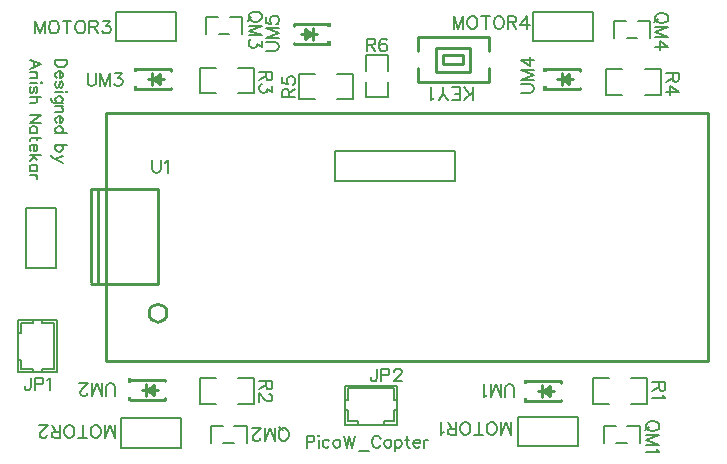
<source format=gto>
G04 Layer: TopSilkscreenLayer*
G04 EasyEDA v6.5.34, 2023-09-18 22:27:19*
G04 bc2ed7582af3402095bcfb090b7e3d1d,4f913e99b9844981aeab8c69eabd27f9,10*
G04 Gerber Generator version 0.2*
G04 Scale: 100 percent, Rotated: No, Reflected: No *
G04 Dimensions in millimeters *
G04 leading zeros omitted , absolute positions ,4 integer and 5 decimal *
%FSLAX45Y45*%
%MOMM*%

%ADD10C,0.2032*%
%ADD11C,0.1524*%
%ADD12C,0.2030*%
%ADD13C,0.2540*%
%ADD14C,0.1520*%
%ADD15C,0.0141*%

%LPD*%
D10*
X535939Y-571500D02*
G01*
X437387Y-571500D01*
X535939Y-571500D02*
G01*
X535939Y-604265D01*
X531368Y-618489D01*
X521970Y-627887D01*
X512571Y-632460D01*
X498347Y-637286D01*
X474979Y-637286D01*
X461010Y-632460D01*
X451612Y-627887D01*
X442213Y-618489D01*
X437387Y-604265D01*
X437387Y-571500D01*
X474979Y-668020D02*
G01*
X474979Y-724407D01*
X484378Y-724407D01*
X493776Y-719836D01*
X498347Y-715010D01*
X503173Y-705612D01*
X503173Y-691642D01*
X498347Y-682244D01*
X488950Y-672845D01*
X474979Y-668020D01*
X465581Y-668020D01*
X451612Y-672845D01*
X442213Y-682244D01*
X437387Y-691642D01*
X437387Y-705612D01*
X442213Y-715010D01*
X451612Y-724407D01*
X488950Y-806957D02*
G01*
X498347Y-802386D01*
X503173Y-788162D01*
X503173Y-774192D01*
X498347Y-759968D01*
X488950Y-755395D01*
X479552Y-759968D01*
X474979Y-769365D01*
X470154Y-792987D01*
X465581Y-802386D01*
X456184Y-806957D01*
X451612Y-806957D01*
X442213Y-802386D01*
X437387Y-788162D01*
X437387Y-774192D01*
X442213Y-759968D01*
X451612Y-755395D01*
X535939Y-837945D02*
G01*
X531368Y-842518D01*
X535939Y-847344D01*
X540512Y-842518D01*
X535939Y-837945D01*
X503173Y-842518D02*
G01*
X437387Y-842518D01*
X503173Y-934465D02*
G01*
X427989Y-934465D01*
X414020Y-929894D01*
X409194Y-925068D01*
X404621Y-915923D01*
X404621Y-901700D01*
X409194Y-892302D01*
X488950Y-934465D02*
G01*
X498347Y-925068D01*
X503173Y-915923D01*
X503173Y-901700D01*
X498347Y-892302D01*
X488950Y-882904D01*
X474979Y-878331D01*
X465581Y-878331D01*
X451612Y-882904D01*
X442213Y-892302D01*
X437387Y-901700D01*
X437387Y-915923D01*
X442213Y-925068D01*
X451612Y-934465D01*
X503173Y-965454D02*
G01*
X437387Y-965454D01*
X484378Y-965454D02*
G01*
X498347Y-979678D01*
X503173Y-989076D01*
X503173Y-1003045D01*
X498347Y-1012444D01*
X484378Y-1017015D01*
X437387Y-1017015D01*
X474979Y-1048004D02*
G01*
X474979Y-1104392D01*
X484378Y-1104392D01*
X493776Y-1099820D01*
X498347Y-1094994D01*
X503173Y-1085595D01*
X503173Y-1071626D01*
X498347Y-1062228D01*
X488950Y-1052829D01*
X474979Y-1048004D01*
X465581Y-1048004D01*
X451612Y-1052829D01*
X442213Y-1062228D01*
X437387Y-1071626D01*
X437387Y-1085595D01*
X442213Y-1094994D01*
X451612Y-1104392D01*
X535939Y-1191513D02*
G01*
X437387Y-1191513D01*
X488950Y-1191513D02*
G01*
X498347Y-1182370D01*
X503173Y-1172971D01*
X503173Y-1158747D01*
X498347Y-1149350D01*
X488950Y-1139952D01*
X474979Y-1135379D01*
X465581Y-1135379D01*
X451612Y-1139952D01*
X442213Y-1149350D01*
X437387Y-1158747D01*
X437387Y-1172971D01*
X442213Y-1182370D01*
X451612Y-1191513D01*
X535939Y-1294892D02*
G01*
X437387Y-1294892D01*
X488950Y-1294892D02*
G01*
X498347Y-1304289D01*
X503173Y-1313687D01*
X503173Y-1327657D01*
X498347Y-1337055D01*
X488950Y-1346454D01*
X474979Y-1351026D01*
X465581Y-1351026D01*
X451612Y-1346454D01*
X442213Y-1337055D01*
X437387Y-1327657D01*
X437387Y-1313687D01*
X442213Y-1304289D01*
X451612Y-1294892D01*
X503173Y-1386839D02*
G01*
X437387Y-1415034D01*
X503173Y-1442973D02*
G01*
X437387Y-1415034D01*
X418592Y-1405636D01*
X409194Y-1396237D01*
X404621Y-1386839D01*
X404621Y-1382013D01*
X320039Y-609092D02*
G01*
X221487Y-571500D01*
X320039Y-609092D02*
G01*
X221487Y-646429D01*
X254254Y-585470D02*
G01*
X254254Y-632460D01*
X287273Y-677418D02*
G01*
X221487Y-677418D01*
X268478Y-677418D02*
G01*
X282447Y-691642D01*
X287273Y-701039D01*
X287273Y-715010D01*
X282447Y-724407D01*
X268478Y-729234D01*
X221487Y-729234D01*
X320039Y-759968D02*
G01*
X315468Y-764794D01*
X320039Y-769365D01*
X324612Y-764794D01*
X320039Y-759968D01*
X287273Y-764794D02*
G01*
X221487Y-764794D01*
X273050Y-851915D02*
G01*
X282447Y-847344D01*
X287273Y-833373D01*
X287273Y-819150D01*
X282447Y-805179D01*
X273050Y-800354D01*
X263652Y-805179D01*
X259079Y-814578D01*
X254254Y-837945D01*
X249681Y-847344D01*
X240284Y-851915D01*
X235712Y-851915D01*
X226313Y-847344D01*
X221487Y-833373D01*
X221487Y-819150D01*
X226313Y-805179D01*
X235712Y-800354D01*
X320039Y-882904D02*
G01*
X221487Y-882904D01*
X268478Y-882904D02*
G01*
X282447Y-897128D01*
X287273Y-906526D01*
X287273Y-920495D01*
X282447Y-929894D01*
X268478Y-934465D01*
X221487Y-934465D01*
X320039Y-1037844D02*
G01*
X221487Y-1037844D01*
X320039Y-1037844D02*
G01*
X221487Y-1103376D01*
X320039Y-1103376D02*
G01*
X221487Y-1103376D01*
X287273Y-1190752D02*
G01*
X221487Y-1190752D01*
X273050Y-1190752D02*
G01*
X282447Y-1181354D01*
X287273Y-1171955D01*
X287273Y-1157986D01*
X282447Y-1148587D01*
X273050Y-1139189D01*
X259079Y-1134363D01*
X249681Y-1134363D01*
X235712Y-1139189D01*
X226313Y-1148587D01*
X221487Y-1157986D01*
X221487Y-1171955D01*
X226313Y-1181354D01*
X235712Y-1190752D01*
X320039Y-1235710D02*
G01*
X240284Y-1235710D01*
X226313Y-1240536D01*
X221487Y-1249679D01*
X221487Y-1259078D01*
X287273Y-1221739D02*
G01*
X287273Y-1254505D01*
X259079Y-1290065D02*
G01*
X259079Y-1346454D01*
X268478Y-1346454D01*
X277876Y-1341628D01*
X282447Y-1337055D01*
X287273Y-1327657D01*
X287273Y-1313687D01*
X282447Y-1304289D01*
X273050Y-1294892D01*
X259079Y-1290065D01*
X249681Y-1290065D01*
X235712Y-1294892D01*
X226313Y-1304289D01*
X221487Y-1313687D01*
X221487Y-1327657D01*
X226313Y-1337055D01*
X235712Y-1346454D01*
X320039Y-1377442D02*
G01*
X221487Y-1377442D01*
X287273Y-1424431D02*
G01*
X240284Y-1377442D01*
X259079Y-1396237D02*
G01*
X221487Y-1429004D01*
X287273Y-1516126D02*
G01*
X221487Y-1516126D01*
X273050Y-1516126D02*
G01*
X282447Y-1506981D01*
X287273Y-1497584D01*
X287273Y-1483360D01*
X282447Y-1473962D01*
X273050Y-1464563D01*
X259079Y-1459992D01*
X249681Y-1459992D01*
X235712Y-1464563D01*
X226313Y-1473962D01*
X221487Y-1483360D01*
X221487Y-1497584D01*
X226313Y-1506981D01*
X235712Y-1516126D01*
X287273Y-1547113D02*
G01*
X221487Y-1547113D01*
X259079Y-1547113D02*
G01*
X273050Y-1551939D01*
X282447Y-1561337D01*
X287273Y-1570736D01*
X287273Y-1584705D01*
X2565400Y-3756660D02*
G01*
X2565400Y-3855212D01*
X2565400Y-3756660D02*
G01*
X2607563Y-3756660D01*
X2621788Y-3761231D01*
X2626359Y-3766057D01*
X2631186Y-3775455D01*
X2631186Y-3789426D01*
X2626359Y-3798823D01*
X2621788Y-3803650D01*
X2607563Y-3808221D01*
X2565400Y-3808221D01*
X2661920Y-3756660D02*
G01*
X2666745Y-3761231D01*
X2671318Y-3756660D01*
X2666745Y-3752087D01*
X2661920Y-3756660D01*
X2666745Y-3789426D02*
G01*
X2666745Y-3855212D01*
X2758693Y-3803650D02*
G01*
X2749295Y-3794252D01*
X2739897Y-3789426D01*
X2725927Y-3789426D01*
X2716529Y-3794252D01*
X2707131Y-3803650D01*
X2702306Y-3817620D01*
X2702306Y-3827018D01*
X2707131Y-3840987D01*
X2716529Y-3850386D01*
X2725927Y-3855212D01*
X2739897Y-3855212D01*
X2749295Y-3850386D01*
X2758693Y-3840987D01*
X2813050Y-3789426D02*
G01*
X2803652Y-3794252D01*
X2794254Y-3803650D01*
X2789681Y-3817620D01*
X2789681Y-3827018D01*
X2794254Y-3840987D01*
X2803652Y-3850386D01*
X2813050Y-3855212D01*
X2827274Y-3855212D01*
X2836418Y-3850386D01*
X2845815Y-3840987D01*
X2850641Y-3827018D01*
X2850641Y-3817620D01*
X2845815Y-3803650D01*
X2836418Y-3794252D01*
X2827274Y-3789426D01*
X2813050Y-3789426D01*
X2881629Y-3756660D02*
G01*
X2904997Y-3855212D01*
X2928365Y-3756660D02*
G01*
X2904997Y-3855212D01*
X2928365Y-3756660D02*
G01*
X2951988Y-3855212D01*
X2975356Y-3756660D02*
G01*
X2951988Y-3855212D01*
X3006343Y-3887978D02*
G01*
X3090672Y-3887978D01*
X3192018Y-3780028D02*
G01*
X3187445Y-3770629D01*
X3178047Y-3761231D01*
X3168650Y-3756660D01*
X3149854Y-3756660D01*
X3140456Y-3761231D01*
X3131058Y-3770629D01*
X3126486Y-3780028D01*
X3121659Y-3794252D01*
X3121659Y-3817620D01*
X3126486Y-3831589D01*
X3131058Y-3840987D01*
X3140456Y-3850386D01*
X3149854Y-3855212D01*
X3168650Y-3855212D01*
X3178047Y-3850386D01*
X3187445Y-3840987D01*
X3192018Y-3831589D01*
X3246627Y-3789426D02*
G01*
X3237229Y-3794252D01*
X3227831Y-3803650D01*
X3223006Y-3817620D01*
X3223006Y-3827018D01*
X3227831Y-3840987D01*
X3237229Y-3850386D01*
X3246627Y-3855212D01*
X3260597Y-3855212D01*
X3269995Y-3850386D01*
X3279393Y-3840987D01*
X3283965Y-3827018D01*
X3283965Y-3817620D01*
X3279393Y-3803650D01*
X3269995Y-3794252D01*
X3260597Y-3789426D01*
X3246627Y-3789426D01*
X3314954Y-3789426D02*
G01*
X3314954Y-3887978D01*
X3314954Y-3803650D02*
G01*
X3324352Y-3794252D01*
X3333750Y-3789426D01*
X3347720Y-3789426D01*
X3357118Y-3794252D01*
X3366515Y-3803650D01*
X3371341Y-3817620D01*
X3371341Y-3827018D01*
X3366515Y-3840987D01*
X3357118Y-3850386D01*
X3347720Y-3855212D01*
X3333750Y-3855212D01*
X3324352Y-3850386D01*
X3314954Y-3840987D01*
X3416300Y-3756660D02*
G01*
X3416300Y-3836415D01*
X3421125Y-3850386D01*
X3430524Y-3855212D01*
X3439668Y-3855212D01*
X3402329Y-3789426D02*
G01*
X3435095Y-3789426D01*
X3470656Y-3817620D02*
G01*
X3527043Y-3817620D01*
X3527043Y-3808221D01*
X3522218Y-3798823D01*
X3517645Y-3794252D01*
X3508247Y-3789426D01*
X3494277Y-3789426D01*
X3484879Y-3794252D01*
X3475481Y-3803650D01*
X3470656Y-3817620D01*
X3470656Y-3827018D01*
X3475481Y-3840987D01*
X3484879Y-3850386D01*
X3494277Y-3855212D01*
X3508247Y-3855212D01*
X3517645Y-3850386D01*
X3527043Y-3840987D01*
X3558031Y-3789426D02*
G01*
X3558031Y-3855212D01*
X3558031Y-3817620D02*
G01*
X3562604Y-3803650D01*
X3572002Y-3794252D01*
X3581400Y-3789426D01*
X3595624Y-3789426D01*
D11*
X2221484Y-495300D02*
G01*
X2299461Y-495300D01*
X2314956Y-490220D01*
X2325370Y-479805D01*
X2330450Y-464057D01*
X2330450Y-453644D01*
X2325370Y-438150D01*
X2314956Y-427736D01*
X2299461Y-422655D01*
X2221484Y-422655D01*
X2221484Y-388365D02*
G01*
X2330450Y-388365D01*
X2221484Y-388365D02*
G01*
X2330450Y-346710D01*
X2221484Y-305054D02*
G01*
X2330450Y-346710D01*
X2221484Y-305054D02*
G01*
X2330450Y-305054D01*
X2221484Y-208534D02*
G01*
X2221484Y-260350D01*
X2268220Y-265684D01*
X2263140Y-260350D01*
X2257806Y-244855D01*
X2257806Y-229362D01*
X2263140Y-213613D01*
X2273300Y-203200D01*
X2289047Y-198120D01*
X2299461Y-198120D01*
X2314956Y-203200D01*
X2325370Y-213613D01*
X2330450Y-229362D01*
X2330450Y-244855D01*
X2325370Y-260350D01*
X2320290Y-265684D01*
X2309875Y-270763D01*
X4292600Y-3747515D02*
G01*
X4292600Y-3638550D01*
X4292600Y-3747515D02*
G01*
X4250943Y-3638550D01*
X4209541Y-3747515D02*
G01*
X4250943Y-3638550D01*
X4209541Y-3747515D02*
G01*
X4209541Y-3638550D01*
X4144009Y-3747515D02*
G01*
X4154424Y-3742436D01*
X4164838Y-3732021D01*
X4169918Y-3721607D01*
X4175252Y-3705860D01*
X4175252Y-3679952D01*
X4169918Y-3664457D01*
X4164838Y-3654044D01*
X4154424Y-3643629D01*
X4144009Y-3638550D01*
X4123181Y-3638550D01*
X4112768Y-3643629D01*
X4102354Y-3654044D01*
X4097274Y-3664457D01*
X4091940Y-3679952D01*
X4091940Y-3705860D01*
X4097274Y-3721607D01*
X4102354Y-3732021D01*
X4112768Y-3742436D01*
X4123181Y-3747515D01*
X4144009Y-3747515D01*
X4021327Y-3747515D02*
G01*
X4021327Y-3638550D01*
X4057650Y-3747515D02*
G01*
X3985006Y-3747515D01*
X3919474Y-3747515D02*
G01*
X3929888Y-3742436D01*
X3940302Y-3732021D01*
X3945636Y-3721607D01*
X3950715Y-3705860D01*
X3950715Y-3679952D01*
X3945636Y-3664457D01*
X3940302Y-3654044D01*
X3929888Y-3643629D01*
X3919474Y-3638550D01*
X3898900Y-3638550D01*
X3888486Y-3643629D01*
X3878072Y-3654044D01*
X3872738Y-3664457D01*
X3867658Y-3679952D01*
X3867658Y-3705860D01*
X3872738Y-3721607D01*
X3878072Y-3732021D01*
X3888486Y-3742436D01*
X3898900Y-3747515D01*
X3919474Y-3747515D01*
X3833368Y-3747515D02*
G01*
X3833368Y-3638550D01*
X3833368Y-3747515D02*
G01*
X3786631Y-3747515D01*
X3770884Y-3742436D01*
X3765804Y-3737102D01*
X3760470Y-3726687D01*
X3760470Y-3716273D01*
X3765804Y-3705860D01*
X3770884Y-3700779D01*
X3786631Y-3695700D01*
X3833368Y-3695700D01*
X3797045Y-3695700D02*
G01*
X3760470Y-3638550D01*
X3726179Y-3726687D02*
G01*
X3716020Y-3732021D01*
X3700272Y-3747515D01*
X3700272Y-3638550D01*
X939800Y-3772915D02*
G01*
X939800Y-3663950D01*
X939800Y-3772915D02*
G01*
X898144Y-3663950D01*
X856742Y-3772915D02*
G01*
X898144Y-3663950D01*
X856742Y-3772915D02*
G01*
X856742Y-3663950D01*
X791210Y-3772915D02*
G01*
X801623Y-3767836D01*
X812037Y-3757421D01*
X817118Y-3747007D01*
X822452Y-3731260D01*
X822452Y-3705352D01*
X817118Y-3689857D01*
X812037Y-3679444D01*
X801623Y-3669029D01*
X791210Y-3663950D01*
X770381Y-3663950D01*
X759968Y-3669029D01*
X749554Y-3679444D01*
X744473Y-3689857D01*
X739139Y-3705352D01*
X739139Y-3731260D01*
X744473Y-3747007D01*
X749554Y-3757421D01*
X759968Y-3767836D01*
X770381Y-3772915D01*
X791210Y-3772915D01*
X668528Y-3772915D02*
G01*
X668528Y-3663950D01*
X704850Y-3772915D02*
G01*
X632205Y-3772915D01*
X566673Y-3772915D02*
G01*
X577087Y-3767836D01*
X587502Y-3757421D01*
X592836Y-3747007D01*
X597915Y-3731260D01*
X597915Y-3705352D01*
X592836Y-3689857D01*
X587502Y-3679444D01*
X577087Y-3669029D01*
X566673Y-3663950D01*
X546100Y-3663950D01*
X535686Y-3669029D01*
X525271Y-3679444D01*
X519937Y-3689857D01*
X514857Y-3705352D01*
X514857Y-3731260D01*
X519937Y-3747007D01*
X525271Y-3757421D01*
X535686Y-3767836D01*
X546100Y-3772915D01*
X566673Y-3772915D01*
X480568Y-3772915D02*
G01*
X480568Y-3663950D01*
X480568Y-3772915D02*
G01*
X433831Y-3772915D01*
X418084Y-3767836D01*
X413004Y-3762502D01*
X407670Y-3752087D01*
X407670Y-3741673D01*
X413004Y-3731260D01*
X418084Y-3726179D01*
X433831Y-3721100D01*
X480568Y-3721100D01*
X444245Y-3721100D02*
G01*
X407670Y-3663950D01*
X368300Y-3747007D02*
G01*
X368300Y-3752087D01*
X363220Y-3762502D01*
X357886Y-3767836D01*
X347471Y-3772915D01*
X326644Y-3772915D01*
X316229Y-3767836D01*
X311150Y-3762502D01*
X306070Y-3752087D01*
X306070Y-3741673D01*
X311150Y-3731260D01*
X321563Y-3715765D01*
X373379Y-3663950D01*
X300736Y-3663950D01*
X266700Y-240284D02*
G01*
X266700Y-349250D01*
X266700Y-240284D02*
G01*
X308355Y-349250D01*
X349757Y-240284D02*
G01*
X308355Y-349250D01*
X349757Y-240284D02*
G01*
X349757Y-349250D01*
X415289Y-240284D02*
G01*
X404876Y-245363D01*
X394462Y-255778D01*
X389381Y-266192D01*
X384047Y-281939D01*
X384047Y-307847D01*
X389381Y-323342D01*
X394462Y-333755D01*
X404876Y-344170D01*
X415289Y-349250D01*
X436118Y-349250D01*
X446531Y-344170D01*
X456945Y-333755D01*
X462026Y-323342D01*
X467360Y-307847D01*
X467360Y-281939D01*
X462026Y-266192D01*
X456945Y-255778D01*
X446531Y-245363D01*
X436118Y-240284D01*
X415289Y-240284D01*
X537971Y-240284D02*
G01*
X537971Y-349250D01*
X501650Y-240284D02*
G01*
X574294Y-240284D01*
X639826Y-240284D02*
G01*
X629412Y-245363D01*
X618997Y-255778D01*
X613663Y-266192D01*
X608584Y-281939D01*
X608584Y-307847D01*
X613663Y-323342D01*
X618997Y-333755D01*
X629412Y-344170D01*
X639826Y-349250D01*
X660400Y-349250D01*
X670813Y-344170D01*
X681228Y-333755D01*
X686562Y-323342D01*
X691642Y-307847D01*
X691642Y-281939D01*
X686562Y-266192D01*
X681228Y-255778D01*
X670813Y-245363D01*
X660400Y-240284D01*
X639826Y-240284D01*
X725931Y-240284D02*
G01*
X725931Y-349250D01*
X725931Y-240284D02*
G01*
X772668Y-240284D01*
X788415Y-245363D01*
X793495Y-250697D01*
X798829Y-261112D01*
X798829Y-271526D01*
X793495Y-281939D01*
X788415Y-287020D01*
X772668Y-292100D01*
X725931Y-292100D01*
X762254Y-292100D02*
G01*
X798829Y-349250D01*
X843279Y-240284D02*
G01*
X900429Y-240284D01*
X869442Y-281939D01*
X884936Y-281939D01*
X895350Y-287020D01*
X900429Y-292100D01*
X905763Y-307847D01*
X905763Y-318262D01*
X900429Y-333755D01*
X890270Y-344170D01*
X874521Y-349250D01*
X859028Y-349250D01*
X843279Y-344170D01*
X838200Y-339089D01*
X833120Y-328676D01*
X3810000Y-202184D02*
G01*
X3810000Y-311150D01*
X3810000Y-202184D02*
G01*
X3851656Y-311150D01*
X3893058Y-202184D02*
G01*
X3851656Y-311150D01*
X3893058Y-202184D02*
G01*
X3893058Y-311150D01*
X3958590Y-202184D02*
G01*
X3948175Y-207263D01*
X3937761Y-217678D01*
X3932681Y-228092D01*
X3927347Y-243839D01*
X3927347Y-269747D01*
X3932681Y-285242D01*
X3937761Y-295655D01*
X3948175Y-306070D01*
X3958590Y-311150D01*
X3979418Y-311150D01*
X3989831Y-306070D01*
X4000245Y-295655D01*
X4005325Y-285242D01*
X4010659Y-269747D01*
X4010659Y-243839D01*
X4005325Y-228092D01*
X4000245Y-217678D01*
X3989831Y-207263D01*
X3979418Y-202184D01*
X3958590Y-202184D01*
X4081272Y-202184D02*
G01*
X4081272Y-311150D01*
X4044950Y-202184D02*
G01*
X4117593Y-202184D01*
X4183125Y-202184D02*
G01*
X4172711Y-207263D01*
X4162297Y-217678D01*
X4156963Y-228092D01*
X4151884Y-243839D01*
X4151884Y-269747D01*
X4156963Y-285242D01*
X4162297Y-295655D01*
X4172711Y-306070D01*
X4183125Y-311150D01*
X4203700Y-311150D01*
X4214113Y-306070D01*
X4224527Y-295655D01*
X4229861Y-285242D01*
X4234941Y-269747D01*
X4234941Y-243839D01*
X4229861Y-228092D01*
X4224527Y-217678D01*
X4214113Y-207263D01*
X4203700Y-202184D01*
X4183125Y-202184D01*
X4269231Y-202184D02*
G01*
X4269231Y-311150D01*
X4269231Y-202184D02*
G01*
X4315968Y-202184D01*
X4331715Y-207263D01*
X4336795Y-212597D01*
X4342129Y-223012D01*
X4342129Y-233426D01*
X4336795Y-243839D01*
X4331715Y-248920D01*
X4315968Y-254000D01*
X4269231Y-254000D01*
X4305554Y-254000D02*
G01*
X4342129Y-311150D01*
X4428236Y-202184D02*
G01*
X4376420Y-274828D01*
X4454143Y-274828D01*
X4428236Y-202184D02*
G01*
X4428236Y-311150D01*
X3975100Y-915415D02*
G01*
X3975100Y-806450D01*
X3902456Y-915415D02*
G01*
X3975100Y-842771D01*
X3949191Y-868679D02*
G01*
X3902456Y-806450D01*
X3868165Y-915415D02*
G01*
X3868165Y-806450D01*
X3868165Y-915415D02*
G01*
X3800602Y-915415D01*
X3868165Y-863600D02*
G01*
X3826509Y-863600D01*
X3868165Y-806450D02*
G01*
X3800602Y-806450D01*
X3766311Y-915415D02*
G01*
X3724656Y-863600D01*
X3724656Y-806450D01*
X3683000Y-915415D02*
G01*
X3724656Y-863600D01*
X3648709Y-894587D02*
G01*
X3638550Y-899921D01*
X3622802Y-915415D01*
X3622802Y-806450D01*
X5550915Y-3663442D02*
G01*
X5545836Y-3653028D01*
X5535422Y-3642613D01*
X5525008Y-3637279D01*
X5509259Y-3632200D01*
X5483352Y-3632200D01*
X5467858Y-3637279D01*
X5457443Y-3642613D01*
X5447029Y-3653028D01*
X5441950Y-3663442D01*
X5441950Y-3684270D01*
X5447029Y-3694429D01*
X5457443Y-3704844D01*
X5467858Y-3710178D01*
X5483352Y-3715257D01*
X5509259Y-3715257D01*
X5525008Y-3710178D01*
X5535422Y-3704844D01*
X5545836Y-3694429D01*
X5550915Y-3684270D01*
X5550915Y-3663442D01*
X5462524Y-3678936D02*
G01*
X5431536Y-3710178D01*
X5550915Y-3749547D02*
G01*
X5441950Y-3749547D01*
X5550915Y-3749547D02*
G01*
X5441950Y-3791204D01*
X5550915Y-3832860D02*
G01*
X5441950Y-3791204D01*
X5550915Y-3832860D02*
G01*
X5441950Y-3832860D01*
X5530088Y-3867150D02*
G01*
X5535422Y-3877310D01*
X5550915Y-3893057D01*
X5441950Y-3893057D01*
X2381758Y-3798315D02*
G01*
X2392172Y-3793236D01*
X2402586Y-3782821D01*
X2407920Y-3772407D01*
X2413000Y-3756660D01*
X2413000Y-3730752D01*
X2407920Y-3715257D01*
X2402586Y-3704844D01*
X2392172Y-3694429D01*
X2381758Y-3689350D01*
X2360929Y-3689350D01*
X2350770Y-3694429D01*
X2340356Y-3704844D01*
X2335022Y-3715257D01*
X2329941Y-3730752D01*
X2329941Y-3756660D01*
X2335022Y-3772407D01*
X2340356Y-3782821D01*
X2350770Y-3793236D01*
X2360929Y-3798315D01*
X2381758Y-3798315D01*
X2366263Y-3709923D02*
G01*
X2335022Y-3678936D01*
X2295652Y-3798315D02*
G01*
X2295652Y-3689350D01*
X2295652Y-3798315D02*
G01*
X2253995Y-3689350D01*
X2212340Y-3798315D02*
G01*
X2253995Y-3689350D01*
X2212340Y-3798315D02*
G01*
X2212340Y-3689350D01*
X2172970Y-3772407D02*
G01*
X2172970Y-3777487D01*
X2167890Y-3787902D01*
X2162556Y-3793236D01*
X2152141Y-3798315D01*
X2131313Y-3798315D01*
X2120900Y-3793236D01*
X2115820Y-3787902D01*
X2110740Y-3777487D01*
X2110740Y-3767073D01*
X2115820Y-3756660D01*
X2126234Y-3741165D01*
X2178050Y-3689350D01*
X2105406Y-3689350D01*
X2185415Y-196342D02*
G01*
X2180336Y-185928D01*
X2169922Y-175513D01*
X2159508Y-170179D01*
X2143759Y-165100D01*
X2117852Y-165100D01*
X2102358Y-170179D01*
X2091943Y-175513D01*
X2081529Y-185928D01*
X2076450Y-196342D01*
X2076450Y-217170D01*
X2081529Y-227329D01*
X2091943Y-237744D01*
X2102358Y-243078D01*
X2117852Y-248157D01*
X2143759Y-248157D01*
X2159508Y-243078D01*
X2169922Y-237744D01*
X2180336Y-227329D01*
X2185415Y-217170D01*
X2185415Y-196342D01*
X2097024Y-211836D02*
G01*
X2066036Y-243078D01*
X2185415Y-282447D02*
G01*
X2076450Y-282447D01*
X2185415Y-282447D02*
G01*
X2076450Y-324104D01*
X2185415Y-365760D02*
G01*
X2076450Y-324104D01*
X2185415Y-365760D02*
G01*
X2076450Y-365760D01*
X2185415Y-410210D02*
G01*
X2185415Y-467360D01*
X2143759Y-436371D01*
X2143759Y-451865D01*
X2138679Y-462279D01*
X2133600Y-467360D01*
X2117852Y-472694D01*
X2107438Y-472694D01*
X2091943Y-467360D01*
X2081529Y-457200D01*
X2076450Y-441452D01*
X2076450Y-425957D01*
X2081529Y-410210D01*
X2086609Y-405129D01*
X2097024Y-400050D01*
X5627115Y-209042D02*
G01*
X5622036Y-198628D01*
X5611622Y-188213D01*
X5601208Y-182879D01*
X5585459Y-177800D01*
X5559552Y-177800D01*
X5544058Y-182879D01*
X5533643Y-188213D01*
X5523229Y-198628D01*
X5518150Y-209042D01*
X5518150Y-229870D01*
X5523229Y-240029D01*
X5533643Y-250444D01*
X5544058Y-255778D01*
X5559552Y-260857D01*
X5585459Y-260857D01*
X5601208Y-255778D01*
X5611622Y-250444D01*
X5622036Y-240029D01*
X5627115Y-229870D01*
X5627115Y-209042D01*
X5538724Y-224536D02*
G01*
X5507736Y-255778D01*
X5627115Y-295147D02*
G01*
X5518150Y-295147D01*
X5627115Y-295147D02*
G01*
X5518150Y-336804D01*
X5627115Y-378460D02*
G01*
X5518150Y-336804D01*
X5627115Y-378460D02*
G01*
X5518150Y-378460D01*
X5627115Y-464565D02*
G01*
X5554472Y-412750D01*
X5554472Y-490473D01*
X5627115Y-464565D02*
G01*
X5518150Y-464565D01*
X5601715Y-3302000D02*
G01*
X5492750Y-3302000D01*
X5601715Y-3302000D02*
G01*
X5601715Y-3348736D01*
X5596636Y-3364229D01*
X5591302Y-3369563D01*
X5580888Y-3374644D01*
X5570474Y-3374644D01*
X5560059Y-3369563D01*
X5554979Y-3364229D01*
X5549900Y-3348736D01*
X5549900Y-3302000D01*
X5549900Y-3338321D02*
G01*
X5492750Y-3374644D01*
X5580888Y-3408934D02*
G01*
X5586222Y-3419347D01*
X5601715Y-3435095D01*
X5492750Y-3435095D01*
X2274315Y-3289300D02*
G01*
X2165350Y-3289300D01*
X2274315Y-3289300D02*
G01*
X2274315Y-3336036D01*
X2269236Y-3351529D01*
X2263902Y-3356863D01*
X2253488Y-3361944D01*
X2243074Y-3361944D01*
X2232659Y-3356863D01*
X2227579Y-3351529D01*
X2222500Y-3336036D01*
X2222500Y-3289300D01*
X2222500Y-3325621D02*
G01*
X2165350Y-3361944D01*
X2248408Y-3401568D02*
G01*
X2253488Y-3401568D01*
X2263902Y-3406647D01*
X2269236Y-3411981D01*
X2274315Y-3422395D01*
X2274315Y-3442970D01*
X2269236Y-3453384D01*
X2263902Y-3458718D01*
X2253488Y-3463797D01*
X2243074Y-3463797D01*
X2232659Y-3458718D01*
X2217165Y-3448304D01*
X2165350Y-3396234D01*
X2165350Y-3469131D01*
X2274315Y-673100D02*
G01*
X2165350Y-673100D01*
X2274315Y-673100D02*
G01*
X2274315Y-719836D01*
X2269236Y-735329D01*
X2263902Y-740663D01*
X2253488Y-745744D01*
X2243074Y-745744D01*
X2232659Y-740663D01*
X2227579Y-735329D01*
X2222500Y-719836D01*
X2222500Y-673100D01*
X2222500Y-709421D02*
G01*
X2165350Y-745744D01*
X2274315Y-790447D02*
G01*
X2274315Y-847597D01*
X2232659Y-816610D01*
X2232659Y-832104D01*
X2227579Y-842518D01*
X2222500Y-847597D01*
X2206752Y-852931D01*
X2196338Y-852931D01*
X2180843Y-847597D01*
X2170429Y-837184D01*
X2165350Y-821689D01*
X2165350Y-806195D01*
X2170429Y-790447D01*
X2175509Y-785368D01*
X2185924Y-780034D01*
X5716015Y-685800D02*
G01*
X5607050Y-685800D01*
X5716015Y-685800D02*
G01*
X5716015Y-732536D01*
X5710936Y-748029D01*
X5705602Y-753363D01*
X5695188Y-758444D01*
X5684774Y-758444D01*
X5674359Y-753363D01*
X5669279Y-748029D01*
X5664200Y-732536D01*
X5664200Y-685800D01*
X5664200Y-722121D02*
G01*
X5607050Y-758444D01*
X5716015Y-844804D02*
G01*
X5643372Y-792734D01*
X5643372Y-870712D01*
X5716015Y-844804D02*
G01*
X5607050Y-844804D01*
X2361184Y-889000D02*
G01*
X2470150Y-889000D01*
X2361184Y-889000D02*
G01*
X2361184Y-842263D01*
X2366263Y-826770D01*
X2371597Y-821436D01*
X2382011Y-816355D01*
X2392425Y-816355D01*
X2402840Y-821436D01*
X2407920Y-826770D01*
X2413000Y-842263D01*
X2413000Y-889000D01*
X2413000Y-852678D02*
G01*
X2470150Y-816355D01*
X2361184Y-719581D02*
G01*
X2361184Y-771652D01*
X2407920Y-776731D01*
X2402840Y-771652D01*
X2397506Y-755904D01*
X2397506Y-740410D01*
X2402840Y-724915D01*
X2413000Y-714502D01*
X2428747Y-709168D01*
X2439161Y-709168D01*
X2454656Y-714502D01*
X2465070Y-724915D01*
X2470150Y-740410D01*
X2470150Y-755904D01*
X2465070Y-771652D01*
X2459990Y-776731D01*
X2449575Y-782065D01*
X3073400Y-392684D02*
G01*
X3073400Y-501650D01*
X3073400Y-392684D02*
G01*
X3120136Y-392684D01*
X3135629Y-397763D01*
X3140963Y-403097D01*
X3146043Y-413512D01*
X3146043Y-423926D01*
X3140963Y-434339D01*
X3135629Y-439420D01*
X3120136Y-444500D01*
X3073400Y-444500D01*
X3109722Y-444500D02*
G01*
X3146043Y-501650D01*
X3242818Y-408178D02*
G01*
X3237484Y-397763D01*
X3221990Y-392684D01*
X3211575Y-392684D01*
X3196081Y-397763D01*
X3185668Y-413512D01*
X3180334Y-439420D01*
X3180334Y-465328D01*
X3185668Y-486155D01*
X3196081Y-496570D01*
X3211575Y-501650D01*
X3216909Y-501650D01*
X3232404Y-496570D01*
X3242818Y-486155D01*
X3247897Y-470662D01*
X3247897Y-465328D01*
X3242818Y-449834D01*
X3232404Y-439420D01*
X3216909Y-434339D01*
X3211575Y-434339D01*
X3196081Y-439420D01*
X3185668Y-449834D01*
X3180334Y-465328D01*
X1257300Y-1421384D02*
G01*
X1257300Y-1499362D01*
X1262379Y-1514855D01*
X1272794Y-1525270D01*
X1288542Y-1530350D01*
X1298955Y-1530350D01*
X1314450Y-1525270D01*
X1324863Y-1514855D01*
X1329944Y-1499362D01*
X1329944Y-1421384D01*
X1364234Y-1442212D02*
G01*
X1374647Y-1436878D01*
X1390395Y-1421384D01*
X1390395Y-1530350D01*
X4318000Y-3430015D02*
G01*
X4318000Y-3352037D01*
X4312920Y-3336544D01*
X4302506Y-3326129D01*
X4286758Y-3321050D01*
X4276343Y-3321050D01*
X4260850Y-3326129D01*
X4250436Y-3336544D01*
X4245356Y-3352037D01*
X4245356Y-3430015D01*
X4211065Y-3430015D02*
G01*
X4211065Y-3321050D01*
X4211065Y-3430015D02*
G01*
X4169409Y-3321050D01*
X4127754Y-3430015D02*
G01*
X4169409Y-3321050D01*
X4127754Y-3430015D02*
G01*
X4127754Y-3321050D01*
X4093463Y-3409187D02*
G01*
X4083050Y-3414521D01*
X4067556Y-3430015D01*
X4067556Y-3321050D01*
X939800Y-3417315D02*
G01*
X939800Y-3339337D01*
X934720Y-3323844D01*
X924305Y-3313429D01*
X908557Y-3308350D01*
X898144Y-3308350D01*
X882650Y-3313429D01*
X872236Y-3323844D01*
X867155Y-3339337D01*
X867155Y-3417315D01*
X832865Y-3417315D02*
G01*
X832865Y-3308350D01*
X832865Y-3417315D02*
G01*
X791210Y-3308350D01*
X749554Y-3417315D02*
G01*
X791210Y-3308350D01*
X749554Y-3417315D02*
G01*
X749554Y-3308350D01*
X710184Y-3391407D02*
G01*
X710184Y-3396487D01*
X704850Y-3406902D01*
X699770Y-3412236D01*
X689355Y-3417315D01*
X668528Y-3417315D01*
X658113Y-3412236D01*
X653034Y-3406902D01*
X647700Y-3396487D01*
X647700Y-3386073D01*
X653034Y-3375660D01*
X663447Y-3360165D01*
X715263Y-3308350D01*
X642620Y-3308350D01*
X711200Y-684784D02*
G01*
X711200Y-762762D01*
X716279Y-778255D01*
X726694Y-788670D01*
X742442Y-793750D01*
X752855Y-793750D01*
X768350Y-788670D01*
X778763Y-778255D01*
X783844Y-762762D01*
X783844Y-684784D01*
X818134Y-684784D02*
G01*
X818134Y-793750D01*
X818134Y-684784D02*
G01*
X859789Y-793750D01*
X901445Y-684784D02*
G01*
X859789Y-793750D01*
X901445Y-684784D02*
G01*
X901445Y-793750D01*
X946150Y-684784D02*
G01*
X1003300Y-684784D01*
X972057Y-726439D01*
X987552Y-726439D01*
X997965Y-731520D01*
X1003300Y-736600D01*
X1008379Y-752347D01*
X1008379Y-762762D01*
X1003300Y-778255D01*
X992886Y-788670D01*
X977137Y-793750D01*
X961644Y-793750D01*
X946150Y-788670D01*
X940815Y-783589D01*
X935736Y-773176D01*
X4380484Y-850900D02*
G01*
X4458461Y-850900D01*
X4473956Y-845820D01*
X4484370Y-835405D01*
X4489450Y-819657D01*
X4489450Y-809244D01*
X4484370Y-793750D01*
X4473956Y-783336D01*
X4458461Y-778255D01*
X4380484Y-778255D01*
X4380484Y-743965D02*
G01*
X4489450Y-743965D01*
X4380484Y-743965D02*
G01*
X4489450Y-702310D01*
X4380484Y-660654D02*
G01*
X4489450Y-702310D01*
X4380484Y-660654D02*
G01*
X4489450Y-660654D01*
X4380484Y-574547D02*
G01*
X4453127Y-626363D01*
X4453127Y-548639D01*
X4380484Y-574547D02*
G01*
X4489450Y-574547D01*
X229870Y-3262884D02*
G01*
X229870Y-3345942D01*
X224536Y-3361689D01*
X219455Y-3366770D01*
X209042Y-3371850D01*
X198628Y-3371850D01*
X188213Y-3366770D01*
X182879Y-3361689D01*
X177800Y-3345942D01*
X177800Y-3335528D01*
X264160Y-3262884D02*
G01*
X264160Y-3371850D01*
X264160Y-3262884D02*
G01*
X310895Y-3262884D01*
X326389Y-3267963D01*
X331470Y-3273297D01*
X336804Y-3283712D01*
X336804Y-3299205D01*
X331470Y-3309620D01*
X326389Y-3314700D01*
X310895Y-3320034D01*
X264160Y-3320034D01*
X371094Y-3283712D02*
G01*
X381507Y-3278378D01*
X397002Y-3262884D01*
X397002Y-3371850D01*
X3160585Y-3186684D02*
G01*
X3160585Y-3269742D01*
X3155251Y-3285489D01*
X3150171Y-3290570D01*
X3139757Y-3295650D01*
X3129343Y-3295650D01*
X3118929Y-3290570D01*
X3113595Y-3285489D01*
X3108515Y-3269742D01*
X3108515Y-3259328D01*
X3194875Y-3186684D02*
G01*
X3194875Y-3295650D01*
X3194875Y-3186684D02*
G01*
X3241611Y-3186684D01*
X3257105Y-3191763D01*
X3262185Y-3197097D01*
X3267519Y-3207512D01*
X3267519Y-3223005D01*
X3262185Y-3233420D01*
X3257105Y-3238500D01*
X3241611Y-3243834D01*
X3194875Y-3243834D01*
X3306889Y-3212592D02*
G01*
X3306889Y-3207512D01*
X3312223Y-3197097D01*
X3317303Y-3191763D01*
X3327717Y-3186684D01*
X3348545Y-3186684D01*
X3358959Y-3191763D01*
X3364039Y-3197097D01*
X3369373Y-3207512D01*
X3369373Y-3217926D01*
X3364039Y-3228339D01*
X3353625Y-3243834D01*
X3301809Y-3295650D01*
X3374453Y-3295650D01*
G36*
X2550160Y-314960D02*
G01*
X2550160Y-396240D01*
X2608580Y-355600D01*
G37*
G36*
X2740964Y-416306D02*
G01*
X2740964Y-453288D01*
X2771444Y-453288D01*
X2771444Y-416306D01*
G37*
G36*
X2740964Y-257911D02*
G01*
X2740964Y-294894D01*
X2771444Y-294894D01*
X2771444Y-257911D01*
G37*
G36*
X4625340Y-3337560D02*
G01*
X4566920Y-3378200D01*
X4625340Y-3418840D01*
G37*
G36*
X4404055Y-3280511D02*
G01*
X4404055Y-3317494D01*
X4434535Y-3317494D01*
X4434535Y-3280511D01*
G37*
G36*
X4404055Y-3438906D02*
G01*
X4404055Y-3475888D01*
X4434535Y-3475888D01*
X4434535Y-3438906D01*
G37*
G36*
X1272540Y-3324860D02*
G01*
X1214120Y-3365500D01*
X1272540Y-3406140D01*
G37*
G36*
X1051255Y-3267811D02*
G01*
X1051255Y-3304794D01*
X1081735Y-3304794D01*
X1081735Y-3267811D01*
G37*
G36*
X1051255Y-3426206D02*
G01*
X1051255Y-3463188D01*
X1081735Y-3463188D01*
X1081735Y-3426206D01*
G37*
G36*
X1323340Y-695960D02*
G01*
X1264920Y-736600D01*
X1323340Y-777240D01*
G37*
G36*
X1102055Y-638911D02*
G01*
X1102055Y-675894D01*
X1132535Y-675894D01*
X1132535Y-638911D01*
G37*
G36*
X1102055Y-797306D02*
G01*
X1102055Y-834288D01*
X1132535Y-834288D01*
X1132535Y-797306D01*
G37*
G36*
X4790440Y-695960D02*
G01*
X4732020Y-736600D01*
X4790440Y-777240D01*
G37*
G36*
X4569155Y-638911D02*
G01*
X4569155Y-675894D01*
X4599635Y-675894D01*
X4599635Y-638911D01*
G37*
G36*
X4569155Y-797306D02*
G01*
X4569155Y-834288D01*
X4599635Y-834288D01*
X4599635Y-797306D01*
G37*
D10*
X190500Y-1828800D02*
G01*
X441960Y-1828800D01*
X441960Y-2336800D01*
X190500Y-2336800D01*
X190500Y-1828800D01*
X2806700Y-1600200D02*
G01*
X2806700Y-1346200D01*
X3822700Y-1346200D01*
X3822700Y-1600200D01*
X3632200Y-1600200D01*
D12*
X2806700Y-1600200D02*
G01*
X3632200Y-1600200D01*
D13*
X2456179Y-284985D02*
G01*
X2456179Y-270598D01*
X2456179Y-440601D02*
G01*
X2456179Y-426214D01*
X2725420Y-270598D02*
G01*
X2754596Y-270598D01*
X2754698Y-270700D01*
X2725420Y-440601D02*
G01*
X2755097Y-440601D01*
X2755198Y-440499D01*
X2725420Y-440601D02*
G01*
X2456179Y-440601D01*
X2550159Y-396239D02*
G01*
X2550159Y-314960D01*
X2550159Y-355625D02*
G01*
X2518790Y-355625D01*
X2618800Y-355600D02*
G01*
X2651800Y-355600D01*
X2616200Y-406400D02*
G01*
X2616200Y-304800D01*
X2608579Y-355600D02*
G01*
X2550159Y-396239D01*
X2550159Y-314960D02*
G01*
X2608579Y-355600D01*
X2456179Y-270598D02*
G01*
X2725420Y-270598D01*
D10*
X4864100Y-3594100D02*
G01*
X4864100Y-3845560D01*
X4356100Y-3845560D01*
X4356100Y-3594100D01*
X4864100Y-3594100D01*
X1498600Y-3606800D02*
G01*
X1498600Y-3858260D01*
X990600Y-3858260D01*
X990600Y-3606800D01*
X1498600Y-3606800D01*
X1460500Y-165100D02*
G01*
X1460500Y-416560D01*
X952500Y-416560D01*
X952500Y-165100D01*
X1460500Y-165100D01*
X4991100Y-165100D02*
G01*
X4991100Y-416560D01*
X4483100Y-416560D01*
X4483100Y-165100D01*
X4991100Y-165100D01*
D13*
X4109986Y-644613D02*
G01*
X4109986Y-669615D01*
X4109986Y-473384D02*
G01*
X4109986Y-498386D01*
X3509987Y-644613D02*
G01*
X3509987Y-669612D01*
X3509987Y-473384D02*
G01*
X3509987Y-498386D01*
X3509987Y-381502D02*
G01*
X4109986Y-381502D01*
X4109986Y-761497D02*
G01*
X3509987Y-761497D01*
X4109986Y-381502D02*
G01*
X4109986Y-473384D01*
X4109986Y-669615D02*
G01*
X4109986Y-761497D01*
X3509987Y-381502D02*
G01*
X3509987Y-473384D01*
X3509987Y-669612D02*
G01*
X3509987Y-761497D01*
X3664089Y-475106D02*
G01*
X3948899Y-475106D01*
X3948899Y-672896D01*
X3664089Y-672896D01*
X3664089Y-475106D01*
X3723195Y-530301D02*
G01*
X3892207Y-530301D01*
X3892207Y-608990D01*
X3723195Y-608990D01*
X3723195Y-530301D01*
D11*
X5385020Y-3819121D02*
G01*
X5385020Y-3673878D01*
X5281858Y-3673878D01*
X5079779Y-3819121D02*
G01*
X5079779Y-3673878D01*
X5182941Y-3673878D01*
X5277939Y-3819121D02*
G01*
X5186860Y-3819121D01*
X2057620Y-3819121D02*
G01*
X2057620Y-3673878D01*
X1954458Y-3673878D01*
X1752379Y-3819121D02*
G01*
X1752379Y-3673878D01*
X1855541Y-3673878D01*
X1950539Y-3819121D02*
G01*
X1859460Y-3819121D01*
X2019520Y-352021D02*
G01*
X2019520Y-206778D01*
X1916358Y-206778D01*
X1714279Y-352021D02*
G01*
X1714279Y-206778D01*
X1817441Y-206778D01*
X1912439Y-352021D02*
G01*
X1821360Y-352021D01*
X5473920Y-390121D02*
G01*
X5473920Y-244878D01*
X5370758Y-244878D01*
X5168679Y-390121D02*
G01*
X5168679Y-244878D01*
X5271841Y-244878D01*
X5366839Y-390121D02*
G01*
X5275760Y-390121D01*
X5124579Y-3270290D02*
G01*
X4988587Y-3270290D01*
X4988587Y-3486109D01*
X5124579Y-3486109D01*
X5314820Y-3270290D02*
G01*
X5450812Y-3270290D01*
X5450812Y-3486109D01*
X5314820Y-3486109D01*
X1797179Y-3270290D02*
G01*
X1661187Y-3270290D01*
X1661187Y-3486109D01*
X1797179Y-3486109D01*
X1987420Y-3270290D02*
G01*
X2123412Y-3270290D01*
X2123412Y-3486109D01*
X1987420Y-3486109D01*
X1797179Y-641390D02*
G01*
X1661187Y-641390D01*
X1661187Y-857209D01*
X1797179Y-857209D01*
X1987420Y-641390D02*
G01*
X2123412Y-641390D01*
X2123412Y-857209D01*
X1987420Y-857209D01*
X5238879Y-654090D02*
G01*
X5102887Y-654090D01*
X5102887Y-869909D01*
X5238879Y-869909D01*
X5429120Y-654090D02*
G01*
X5565112Y-654090D01*
X5565112Y-869909D01*
X5429120Y-869909D01*
X2825620Y-908009D02*
G01*
X2961612Y-908009D01*
X2961612Y-692190D01*
X2825620Y-692190D01*
X2635379Y-908009D02*
G01*
X2499387Y-908009D01*
X2499387Y-692190D01*
X2635379Y-692190D01*
X3254009Y-663580D02*
G01*
X3254009Y-535086D01*
X3070590Y-535086D01*
X3070590Y-663580D01*
X3254009Y-758819D02*
G01*
X3254009Y-887313D01*
X3070590Y-887313D01*
X3070590Y-758819D01*
D13*
X866300Y-1020099D02*
G01*
X5966299Y-1020099D01*
X5966299Y-1020099D02*
G01*
X5966299Y-3120100D01*
X799980Y-1670100D02*
G01*
X799980Y-2470099D01*
X1308100Y-1670100D02*
G01*
X1308100Y-2470099D01*
X736300Y-1670100D02*
G01*
X736300Y-2451100D01*
X736300Y-1670100D02*
G01*
X1308100Y-1670100D01*
X736300Y-2470099D02*
G01*
X1308100Y-2470099D01*
X866300Y-3120100D02*
G01*
X866300Y-1020099D01*
X5966299Y-3120100D02*
G01*
X866300Y-3120100D01*
X4719320Y-3448814D02*
G01*
X4719320Y-3463201D01*
X4719320Y-3293198D02*
G01*
X4719320Y-3307585D01*
X4450079Y-3463201D02*
G01*
X4420903Y-3463201D01*
X4420801Y-3463099D01*
X4450079Y-3293198D02*
G01*
X4420402Y-3293198D01*
X4420301Y-3293300D01*
X4450079Y-3293198D02*
G01*
X4719320Y-3293198D01*
X4625340Y-3337560D02*
G01*
X4625340Y-3418839D01*
X4625340Y-3378174D02*
G01*
X4656709Y-3378174D01*
X4556699Y-3378200D02*
G01*
X4523699Y-3378200D01*
X4559300Y-3327400D02*
G01*
X4559300Y-3429000D01*
X4566920Y-3378200D02*
G01*
X4625340Y-3337560D01*
X4625340Y-3418839D02*
G01*
X4566920Y-3378200D01*
X4719320Y-3463201D02*
G01*
X4450079Y-3463201D01*
X1366520Y-3436114D02*
G01*
X1366520Y-3450501D01*
X1366520Y-3280498D02*
G01*
X1366520Y-3294885D01*
X1097279Y-3450501D02*
G01*
X1068103Y-3450501D01*
X1068001Y-3450399D01*
X1097279Y-3280498D02*
G01*
X1067602Y-3280498D01*
X1067501Y-3280600D01*
X1097279Y-3280498D02*
G01*
X1366520Y-3280498D01*
X1272539Y-3324860D02*
G01*
X1272539Y-3406139D01*
X1272539Y-3365474D02*
G01*
X1303909Y-3365474D01*
X1203899Y-3365500D02*
G01*
X1170899Y-3365500D01*
X1206500Y-3314700D02*
G01*
X1206500Y-3416300D01*
X1214120Y-3365500D02*
G01*
X1272539Y-3324860D01*
X1272539Y-3406139D02*
G01*
X1214120Y-3365500D01*
X1366520Y-3450501D02*
G01*
X1097279Y-3450501D01*
X1417320Y-807214D02*
G01*
X1417320Y-821601D01*
X1417320Y-651598D02*
G01*
X1417320Y-665985D01*
X1148079Y-821601D02*
G01*
X1118903Y-821601D01*
X1118801Y-821499D01*
X1148079Y-651598D02*
G01*
X1118402Y-651598D01*
X1118301Y-651700D01*
X1148079Y-651598D02*
G01*
X1417320Y-651598D01*
X1323339Y-695960D02*
G01*
X1323339Y-777239D01*
X1323339Y-736574D02*
G01*
X1354709Y-736574D01*
X1254699Y-736600D02*
G01*
X1221699Y-736600D01*
X1257300Y-685800D02*
G01*
X1257300Y-787400D01*
X1264920Y-736600D02*
G01*
X1323339Y-695960D01*
X1323339Y-777239D02*
G01*
X1264920Y-736600D01*
X1417320Y-821601D02*
G01*
X1148079Y-821601D01*
X4884420Y-807214D02*
G01*
X4884420Y-821601D01*
X4884420Y-651598D02*
G01*
X4884420Y-665985D01*
X4615179Y-821601D02*
G01*
X4586003Y-821601D01*
X4585901Y-821499D01*
X4615179Y-651598D02*
G01*
X4585502Y-651598D01*
X4585401Y-651700D01*
X4615179Y-651598D02*
G01*
X4884420Y-651598D01*
X4790440Y-695960D02*
G01*
X4790440Y-777239D01*
X4790440Y-736574D02*
G01*
X4821809Y-736574D01*
X4721799Y-736600D02*
G01*
X4688799Y-736600D01*
X4724400Y-685800D02*
G01*
X4724400Y-787400D01*
X4732020Y-736600D02*
G01*
X4790440Y-695960D01*
X4790440Y-777239D02*
G01*
X4732020Y-736600D01*
X4884420Y-821601D02*
G01*
X4615179Y-821601D01*
D14*
X370204Y-2804706D02*
G01*
X430199Y-2804703D01*
X430199Y-2997200D01*
X150200Y-3189696D02*
G01*
X150200Y-3109694D01*
X150200Y-3109927D01*
X124200Y-3109927D01*
X249196Y-3189691D02*
G01*
X249196Y-3189696D01*
X150200Y-3189696D01*
X249196Y-3189691D02*
G01*
X249196Y-3217202D01*
X284807Y-3217202D01*
X370202Y-3189691D02*
G01*
X329638Y-3189691D01*
X329638Y-3217202D01*
X370202Y-3189691D02*
G01*
X430199Y-3189696D01*
X430199Y-2997202D01*
X329641Y-2777200D02*
G01*
X454200Y-2777200D01*
X454200Y-2777197D01*
X454200Y-2777197D02*
G01*
X454200Y-3217199D01*
X124200Y-3217199D01*
X124200Y-2777200D01*
X329641Y-2777200D01*
X329641Y-2777197D01*
X370204Y-2804706D02*
G01*
X329641Y-2804706D01*
X329641Y-2777197D01*
X249199Y-2804706D02*
G01*
X249199Y-2804703D01*
X150200Y-2804703D01*
X249199Y-2804706D02*
G01*
X249199Y-2777197D01*
X284810Y-2777197D01*
X150200Y-2804703D02*
G01*
X150200Y-2884703D01*
X150200Y-2884469D01*
X124200Y-2884469D01*
X2919006Y-3414395D02*
G01*
X2919003Y-3354400D01*
X3111500Y-3354400D01*
X3303996Y-3634399D02*
G01*
X3223994Y-3634399D01*
X3224227Y-3634399D01*
X3224227Y-3660399D01*
X3303991Y-3535403D02*
G01*
X3303996Y-3535403D01*
X3303996Y-3634399D01*
X3303991Y-3535403D02*
G01*
X3331502Y-3535403D01*
X3331502Y-3499792D01*
X3303991Y-3414397D02*
G01*
X3303991Y-3454961D01*
X3331502Y-3454961D01*
X3303991Y-3414397D02*
G01*
X3303996Y-3354400D01*
X3111502Y-3354400D01*
X2891500Y-3454958D02*
G01*
X2891500Y-3330399D01*
X2891497Y-3330399D01*
X2891497Y-3330399D02*
G01*
X3331499Y-3330399D01*
X3331499Y-3660399D01*
X2891500Y-3660399D01*
X2891500Y-3454958D01*
X2891497Y-3454958D01*
X2919006Y-3414395D02*
G01*
X2919006Y-3454958D01*
X2891497Y-3454958D01*
X2919006Y-3535400D02*
G01*
X2919003Y-3535400D01*
X2919003Y-3634399D01*
X2919006Y-3535400D02*
G01*
X2891497Y-3535400D01*
X2891497Y-3499789D01*
X2919003Y-3634399D02*
G01*
X2999003Y-3634399D01*
X2998769Y-3634399D01*
X2998769Y-3660399D01*
D13*
G75*
G01
X1384300Y-2717800D02*
G03X1384300Y-2717800I-76200J0D01*
M02*

</source>
